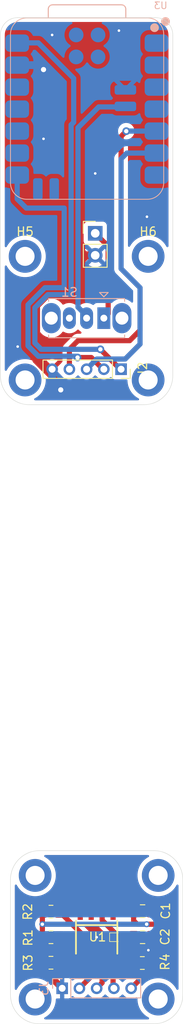
<source format=kicad_pcb>
(kicad_pcb (version 20241229) (generator "pcbnew") (generator_version "9.0")
  (layers (0 "F.Cu" signal) (2 "B.Cu" signal) (13 "F.Paste" user) (15 "B.Paste" user) (5 "F.SilkS" user "F.Silkscreen") (7 "B.SilkS" user "B.Silkscreen") (1 "F.Mask" user) (3 "B.Mask" user) (25 "Edge.Cuts" user))
  (net 0 "")
  (net 1 "GND")
  (net 2 "VCC")
  (net 3 "VDD3V3")
  (net 4 "PGO")
  (net 5 "DIR")
  (net 6 "SCL")
  (net 7 "SDA")
  (net 8 "OUT")
  (net 9 "Battery terminal +")
  (net 10 "+BATT")
  (footprint "MountingHole:MountingHole_2.2mm_M2_DIN965_Pad" (layer "F.Cu") (at 145.105 166.975 -90)
    (property "Reference" "H2" (hide yes))
    (property "Value" "MountingHole" (hide yes))
    (pad "1" thru_hole circle (at 0 0 270) (size 3.8 3.8) (drill 2.2) (layers "*.Cu" "*.Mask"))
  )
  (footprint "MountingHole:MountingHole_2.2mm_M2_DIN965_Pad" (layer "F.Cu") (at 129.66 95.46)
    (property "Reference" "H5" (at 0 -2.85 0) (layer "F.SilkS"))
    (property "Value" "MountingHole" (hide yes))
    (pad "1" thru_hole circle (at 0 0) (size 3.8 3.8) (drill 2.2) (layers "*.Cu" "*.Mask"))
  )
  (footprint "Capacitor_SMD:C_0805_2012Metric_Pad1.18x1.45mm_HandSolder" (layer "F.Cu") (at 143.295 174.115)
    (property "Reference" "C2" (at 2.61 -0.04 90) (layer "F.SilkS"))
    (property "Value" "6,7uF" (hide yes))
    (fp_line (start -0.261252 -0.735) (end 0.261252 -0.735) (stroke (width 0.12)) (layer "F.SilkS"))
    (fp_line (start -0.261252 0.735) (end 0.261252 0.735) (stroke (width 0.12)) (layer "F.SilkS"))
    (pad "1" smd roundrect (at -1.0375 0) (size 1.175 1.45) (layers "F.Cu" "F.Mask" "F.Paste") (roundrect_rratio 0.212766) (net 3 "VDD3V3"))
    (pad "2" smd roundrect (at 1.0375 0) (size 1.175 1.45) (layers "F.Cu" "F.Mask" "F.Paste") (roundrect_rratio 0.212766) (net 1 "GND"))
  )
  (footprint "AS5600:SOIC8" (layer "F.Cu") (at 137.965 174.115 180)
    (property "Reference" "U1" (at -0.1 0.025 0) (layer "F.SilkS"))
    (property "Value" "AS5600")
    (fp_line (start 2.4 1.4) (end 2.4 1.9) (stroke (width 0.2032)) (layer "F.SilkS"))
    (fp_line (start 2.4 1.4) (end -2.4 1.4) (stroke (width 0.2032)) (layer "F.SilkS"))
    (fp_line (start 2.4 -1.9) (end 2.4 1.4) (stroke (width 0.2032)) (layer "F.SilkS"))
    (fp_line (start -1.5 0.5) (end -1.5 -0.5) (stroke (width 0.0762)) (layer "F.SilkS"))
    (fp_line (start -1.5 -0.5) (end -2.5 -0.5) (stroke (width 0.0762)) (layer "F.SilkS"))
    (fp_line (start -2.4 1.9) (end -2.4 1.4) (stroke (width 0.2032)) (layer "F.SilkS"))
    (fp_line (start -2.4 1.4) (end -2.4 -1.9) (stroke (width 0.2032)) (layer "F.SilkS"))
    (fp_line (start -2.5 0.5) (end -1.5 0.5) (stroke (width 0.0762)) (layer "F.SilkS"))
    (pad "1" smd rect (at -1.905 2.75 180) (size 0.6 1.5) (layers "F.Cu" "F.Mask" "F.Paste") (net 2 "VCC"))
    (pad "2" smd rect (at -0.635 2.75 180) (size 0.6 1.5) (layers "F.Cu" "F.Mask" "F.Paste") (net 3 "VDD3V3"))
    (pad "3" smd rect (at 0.635 2.75 180) (size 0.6 1.5) (layers "F.Cu" "F.Mask" "F.Paste") (net 8 "OUT"))
    (pad "4" smd rect (at 1.905 2.75 180) (size 0.6 1.5) (layers "F.Cu" "F.Mask" "F.Paste") (net 1 "GND"))
    (pad "5" smd rect (at 1.905 -2.75 180) (size 0.6 1.5) (layers "F.Cu" "F.Mask" "F.Paste") (net 4 "PGO"))
    (pad "6" smd rect (at 0.635 -2.75 180) (size 0.6 1.5) (layers "F.Cu" "F.Mask" "F.Paste") (net 7 "SDA"))
    (pad "7" smd rect (at -0.635 -2.75 180) (size 0.6 1.5) (layers "F.Cu" "F.Mask" "F.Paste") (net 6 "SCL"))
    (pad "8" smd rect (at -1.905 -2.75 180) (size 0.6 1.5) (layers "F.Cu" "F.Mask" "F.Paste") (net 5 "DIR"))
  )
  (footprint "Resistor_SMD:R_0805_2012Metric_Pad1.20x1.40mm_HandSolder" (layer "F.Cu") (at 132.665 171.165)
    (property "Reference" "R2" (at -2.7 0.01 90) (layer "F.SilkS"))
    (property "Value" "10K" (hide yes))
    (fp_line (start -0.227064 -0.735) (end 0.227064 -0.735) (stroke (width 0.12)) (layer "F.SilkS"))
    (fp_line (start -0.227064 0.735) (end 0.227064 0.735) (stroke (width 0.12)) (layer "F.SilkS"))
    (pad "1" smd roundrect (at -1 0) (size 1.2 1.4) (layers "F.Cu" "F.Mask" "F.Paste") (roundrect_rratio 0.208333) (net 2 "VCC"))
    (pad "2" smd roundrect (at 1 0) (size 1.2 1.4) (layers "F.Cu" "F.Mask" "F.Paste") (roundrect_rratio 0.208333) (net 6 "SCL"))
  )
  (footprint "MountingHole:MountingHole_2.2mm_M2_DIN965_Pad" (layer "F.Cu") (at 143.94 109.74)
    (property "Reference" "H8" (hide yes))
    (property "Value" "MountingHole" (hide yes))
    (pad "1" thru_hole circle (at 0 0) (size 3.8 3.8) (drill 2.2) (layers "*.Cu" "*.Mask"))
  )
  (footprint "MountingHole:MountingHole_2.2mm_M2_DIN965_Pad" (layer "F.Cu") (at 130.825 166.975 -90)
    (property "Reference" "H1" (hide yes))
    (property "Value" "MountingHole" (hide yes))
    (pad "1" thru_hole circle (at 0 0 270) (size 3.8 3.8) (drill 2.2) (layers "*.Cu" "*.Mask"))
  )
  (footprint "MountingHole:MountingHole_2.2mm_M2_DIN965_Pad" (layer "F.Cu") (at 145.105 181.255 -90)
    (property "Reference" "H3" (hide yes))
    (property "Value" "MountingHole" (hide yes))
    (pad "1" thru_hole circle (at 0 0 270) (size 3.8 3.8) (drill 2.2) (layers "*.Cu" "*.Mask"))
  )
  (footprint "Connector_PinHeader_2.54mm:PinHeader_1x02_P2.54mm_Vertical" (layer "F.Cu") (at 137.8 92.8)
    (property "Reference" "J1" (hide yes))
    (property "Value" "Conn_01x02_Pin" (hide yes))
    (fp_line (start -1.38 -1.38) (end 0 -1.38) (stroke (width 0.12)) (layer "F.SilkS"))
    (fp_line (start -1.38 0) (end -1.38 -1.38) (stroke (width 0.12)) (layer "F.SilkS"))
    (fp_line (start -1.38 1.27) (end -1.38 3.92) (stroke (width 0.12)) (layer "F.SilkS"))
    (fp_line (start -1.38 1.27) (end 1.38 1.27) (stroke (width 0.12)) (layer "F.SilkS"))
    (fp_line (start -1.38 3.92) (end 1.38 3.92) (stroke (width 0.12)) (layer "F.SilkS"))
    (fp_line (start 1.38 1.27) (end 1.38 3.92) (stroke (width 0.12)) (layer "F.SilkS"))
    (pad "1" thru_hole rect (at 0 0) (size 1.7 1.7) (drill 1) (layers "*.Cu" "*.Mask") (net 9 "Battery terminal +"))
    (pad "2" thru_hole circle (at 0 2.54) (size 1.7 1.7) (drill 1) (layers "*.Cu" "*.Mask") (net 1 "GND"))
  )
  (footprint "MountingHole:MountingHole_2.2mm_M2_DIN965_Pad" (layer "F.Cu") (at 143.94 95.46)
    (property "Reference" "H6" (at 0 -2.85 0) (layer "F.SilkS"))
    (property "Value" "MountingHole" (hide yes))
    (pad "1" thru_hole circle (at 0 0) (size 3.8 3.8) (drill 2.2) (layers "*.Cu" "*.Mask"))
  )
  (footprint "MountingHole:MountingHole_2.2mm_M2_DIN965_Pad" (layer "F.Cu") (at 129.66 109.74)
    (property "Reference" "H7" (hide yes))
    (property "Value" "MountingHole" (hide yes))
    (pad "1" thru_hole circle (at 0 0) (size 3.8 3.8) (drill 2.2) (layers "*.Cu" "*.Mask"))
  )
  (footprint "Connector_PinSocket_2.00mm:PinSocket_1x05_P2.00mm_Vertical" (layer "F.Cu") (at 140.8 108.5 -90)
    (property "Reference" "J2" (at 0 -2.5 270) (layer "F.SilkS"))
    (property "Value" "Conn_01x05_Pin" (hide yes))
    (fp_line (start -1.06 9.06) (end 1.06 9.06) (stroke (width 0.12)) (layer "F.SilkS"))
    (fp_line (start -1.06 1) (end -1.06 9.06) (stroke (width 0.12)) (layer "F.SilkS"))
    (fp_line (start -1.06 1) (end 1.06 1) (stroke (width 0.12)) (layer "F.SilkS"))
    (fp_line (start 1.06 1) (end 1.06 9.06) (stroke (width 0.12)) (layer "F.SilkS"))
    (fp_line (start 0 -1.06) (end 1.06 -1.06) (stroke (width 0.12)) (layer "F.SilkS"))
    (fp_line (start 1.06 -1.06) (end 1.06 0) (stroke (width 0.12)) (layer "F.SilkS"))
    (pad "1" thru_hole rect (at 0 0 270) (size 1.35 1.35) (drill 0.8) (layers "*.Cu" "*.Mask") (net 2 "VCC"))
    (pad "2" thru_hole circle (at 0 2 270) (size 1.35 1.35) (drill 0.8) (layers "*.Cu" "*.Mask") (net 5 "DIR"))
    (pad "3" thru_hole circle (at 0 4 270) (size 1.35 1.35) (drill 0.8) (layers "*.Cu" "*.Mask") (net 6 "SCL"))
    (pad "4" thru_hole circle (at 0 6 270) (size 1.35 1.35) (drill 0.8) (layers "*.Cu" "*.Mask") (net 7 "SDA"))
    (pad "5" thru_hole circle (at 0 8 270) (size 1.35 1.35) (drill 0.8) (layers "*.Cu" "*.Mask") (net 1 "GND"))
  )
  (footprint "MountingHole:MountingHole_2.2mm_M2_DIN965_Pad" (layer "F.Cu") (at 130.825 181.255 -90)
    (property "Reference" "H4" (hide yes))
    (property "Value" "MountingHole" (hide yes))
    (pad "1" thru_hole circle (at 0 0 270) (size 3.8 3.8) (drill 2.2) (layers "*.Cu" "*.Mask"))
  )
  (footprint "Resistor_SMD:R_0805_2012Metric_Pad1.20x1.40mm_HandSolder" (layer "F.Cu") (at 132.665 174.115)
    (property "Reference" "R1" (at -2.66 0.06 90) (layer "F.SilkS"))
    (property "Value" "10K" (hide yes))
    (fp_line (start -0.227064 -0.735) (end 0.227064 -0.735) (stroke (width 0.12)) (layer "F.SilkS"))
    (fp_line (start -0.227064 0.735) (end 0.227064 0.735) (stroke (width 0.12)) (layer "F.SilkS"))
    (pad "1" smd roundrect (at -1 0) (size 1.2 1.4) (layers "F.Cu" "F.Mask" "F.Paste") (roundrect_rratio 0.208333) (net 2 "VCC"))
    (pad "2" smd roundrect (at 1 0) (size 1.2 1.4) (layers "F.Cu" "F.Mask" "F.Paste") (roundrect_rratio 0.208333) (net 7 "SDA"))
  )
  (footprint "Resistor_SMD:R_0805_2012Metric_Pad1.20x1.40mm_HandSolder" (layer "F.Cu") (at 132.665 177.065 180)
    (property "Reference" "R3" (at 2.66 -0.01 90) (layer "F.SilkS"))
    (property "Value" "1k" (hide yes))
    (fp_line (start -0.227064 0.735) (end 0.227064 0.735) (stroke (width 0.12)) (layer "F.SilkS"))
    (fp_line (start -0.227064 -0.735) (end 0.227064 -0.735) (stroke (width 0.12)) (layer "F.SilkS"))
    (pad "1" smd roundrect (at -1 0 180) (size 1.2 1.4) (layers "F.Cu" "F.Mask" "F.Paste") (roundrect_rratio 0.208333) (net 4 "PGO"))
    (pad "2" smd roundrect (at 1 0 180) (size 1.2 1.4) (layers "F.Cu" "F.Mask" "F.Paste") (roundrect_rratio 0.208333) (net 1 "GND"))
  )
  (footprint "Resistor_SMD:R_0805_2012Metric_Pad1.20x1.40mm_HandSolder" (layer "F.Cu") (at 143.265 177.095 180)
    (property "Reference" "R4" (at -2.64 0.12 90) (layer "F.SilkS"))
    (property "Value" "0" (hide yes))
    (fp_line (start -0.227064 0.735) (end 0.227064 0.735) (stroke (width 0.12)) (layer "F.SilkS"))
    (fp_line (start -0.227064 -0.735) (end 0.227064 -0.735) (stroke (width 0.12)) (layer "F.SilkS"))
    (pad "1" smd roundrect (at -1 0 180) (size 1.2 1.4) (layers "F.Cu" "F.Mask" "F.Paste") (roundrect_rratio 0.208333) (net 2 "VCC"))
    (pad "2" smd roundrect (at 1 0 180) (size 1.2 1.4) (layers "F.Cu" "F.Mask" "F.Paste") (roundrect_rratio 0.208333) (net 3 "VDD3V3"))
  )
  (footprint "Capacitor_SMD:C_0805_2012Metric_Pad1.18x1.45mm_HandSolder" (layer "F.Cu") (at 143.295 171.105)
    (property "Reference" "C1" (at 2.67 -0.03 90) (layer "F.SilkS"))
    (property "Value" "100 nF" (hide yes))
    (fp_line (start -0.261252 -0.735) (end 0.261252 -0.735) (stroke (width 0.12)) (layer "F.SilkS"))
    (fp_line (start -0.261252 0.735) (end 0.261252 0.735) (stroke (width 0.12)) (layer "F.SilkS"))
    (pad "1" smd roundrect (at -1.0375 0) (size 1.175 1.45) (layers "F.Cu" "F.Mask" "F.Paste") (roundrect_rratio 0.212766) (net 2 "VCC"))
    (pad "2" smd roundrect (at 1.0375 0) (size 1.175 1.45) (layers "F.Cu" "F.Mask" "F.Paste") (roundrect_rratio 0.212766) (net 1 "GND"))
  )
  (footprint "Button_Switch_THT:SW_Slide_SPDT_Straight_CK_OS102011MS2Q" (layer "B.Cu") (at 138.8 102.6 180)
    (property "Reference" "S1" (at 3.99 2.99 0) (layer "B.SilkS") (effects (justify mirror)))
    (property "Value" "OS102011MS2QN1")
    (fp_line (start 6.41 2.26) (end 6.41 1.95) (stroke (width 0.12)) (layer "B.SilkS"))
    (fp_line (start 6.41 -2.26) (end 6.41 -1.95) (stroke (width 0.12)) (layer "B.SilkS"))
    (fp_line (start 6.41 -2.26) (end -2.41 -2.26) (stroke (width 0.12)) (layer "B.SilkS"))
    (fp_line (start 0.5 2.96) (end -0.5 2.96) (stroke (width 0.12)) (layer "B.SilkS"))
    (fp_line (start 0 2.46) (end 0.5 2.96) (stroke (width 0.12)) (layer "B.SilkS"))
    (fp_line (start -0.5 2.96) (end 0 2.46) (stroke (width 0.12)) (layer "B.SilkS"))
    (fp_line (start -2.41 2.26) (end 6.41 2.26) (stroke (width 0.12)) (layer "B.SilkS"))
    (fp_line (start -2.41 1.95) (end -2.41 2.26) (stroke (width 0.12)) (layer "B.SilkS"))
    (fp_line (start -2.41 -2.26) (end -2.41 -1.95) (stroke (width 0.12)) (layer "B.SilkS"))
    (pad "" thru_hole oval (at -2.1 0 180) (size 2.2 3.5) (drill 1.5) (layers "*.Cu" "*.Mask"))
    (pad "" thru_hole oval (at 6.1 0 180) (size 2.2 3.5) (drill 1.5) (layers "*.Cu" "*.Mask"))
    (pad "1" thru_hole rect (at 0 0 180) (size 1.5 2.5) (drill 0.8) (layers "*.Cu" "*.Mask") (net 9 "Battery terminal +"))
    (pad "2" thru_hole oval (at 2 0 180) (size 1.5 2.5) (drill 0.8) (layers "*.Cu" "*.Mask") (net 10 "+BATT"))
    (pad "3" thru_hole oval (at 4 0 180) (size 1.5 2.5) (drill 0.8) (layers "*.Cu" "*.Mask"))
  )
  (footprint "Seeed Studio XIAO Series Library:XIAO-nRF52840-SMD" (layer "B.Cu") (at 136.8 78.45 180)
    (property "Reference" "U3" (at -9.445 11.5 0) (layer "B.SilkS") (effects (font (size 0.78232 0.78232) (thickness 0.10668)) (justify left bottom mirror)))
    (property "Value" "XIAO-nRF52840-SMD")
    (fp_line (start 8.835 -8.513) (end 8.835 8.632) (stroke (width 0.1)) (layer "B.SilkS"))
    (fp_line (start 6.93 10.537) (end -7.04 10.537) (stroke (width 0.1)) (layer "B.SilkS"))
    (fp_line (start 4.449 11.547) (end 4.449 10.537) (stroke (width 0.127)) (layer "B.SilkS"))
    (fp_line (start -4.046272 12.047) (end 3.949 12.047) (stroke (width 0.127)) (layer "B.SilkS"))
    (fp_line (start -4.55 10.537) (end -4.546272 11.547272) (stroke (width 0.127)) (layer "B.SilkS"))
    (fp_line (start -7.04 -10.418) (end 6.93 -10.418) (stroke (width 0.1)) (layer "B.SilkS"))
    (fp_line (start -8.945 -8.513) (end -8.945 8.632) (stroke (width 0.1)) (layer "B.SilkS"))
    (fp_arc (start 8.835 8.632) (mid 8.277024 9.979024) (end 6.93 10.537) (stroke (width 0.1)) (layer "B.SilkS"))
    (fp_arc (start 6.93 -10.418) (mid 8.277038 -9.860038) (end 8.835 -8.513) (stroke (width 0.1)) (layer "B.SilkS"))
    (fp_arc (start 4.449 11.547) (mid 4.302524 11.900524) (end 3.949 12.047) (stroke (width 0.127)) (layer "B.SilkS"))
    (fp_arc (start -4.046272 12.047) (mid -4.399724 11.900644) (end -4.546272 11.547272) (stroke (width 0.127)) (layer "B.SilkS"))
    (fp_arc (start -7.04 10.541) (mid -8.387038 9.983038) (end -8.945 8.636) (stroke (width 0.1)) (layer "B.SilkS"))
    (fp_arc (start -8.945 -8.513) (mid -8.387038 -9.860038) (end -7.04 -10.418) (stroke (width 0.1)) (layer "B.SilkS"))
    (fp_circle (center -7.881 9.404) (end -7.881 9.658) (stroke (width 0.5)) (fill yes) (layer "B.SilkS"))
    (fp_circle (center -9.155 10.121) (end -9.155 10.375) (stroke (width 0.5)) (fill yes) (layer "B.SilkS"))
    (pad "1" smd roundrect (at -8.11 7.62 180) (size 2.75 2) (layers "B.Cu" "B.Mask" "B.Paste"))
    (pad "2" smd roundrect (at -8.11 5.08 180) (size 2.75 2) (layers "B.Cu" "B.Mask" "B.Paste"))
    (pad "3" smd roundrect (at -8.11 2.54 180) (size 2.75 2) (layers "B.Cu" "B.Mask" "B.Paste"))
    (pad "4" smd roundrect (at -8.11 0 180) (size 2.75 2) (layers "B.Cu" "B.Mask" "B.Paste"))
    (pad "5" smd roundrect (at -8.11 -2.54 180) (size 2.75 2) (layers "B.Cu" "B.Mask" "B.Paste") (net 7 "SDA"))
    (pad "6" smd roundrect (at -8.11 -5.08 180) (size 2.75 2) (layers "B.Cu" "B.Mask" "B.Paste") (net 6 "SCL"))
    (pad "7" smd roundrect (at -8.11 -7.62 180) (size 2.75 2) (layers "B.Cu" "B.Mask" "B.Paste"))
    (pad "8" smd roundrect (at 8.055 -7.62 180) (size 2.75 2) (layers "B.Cu" "B.Mask" "B.Paste") (net 5 "DIR"))
    (pad "9" smd roundrect (at 8.055 -5.08 180) (size 2.75 2) (layers "B.Cu" "B.Mask" "B.Paste"))
    (pad "10" smd roundrect (at 8.055 -2.54 180) (size 2.75 2) (layers "B.Cu" "B.Mask" "B.Paste"))
    (pad "11" smd roundrect (at 8.055 0 180) (size 2.75 2) (layers "B.Cu" "B.Mask" "B.Paste"))
    (pad "12" smd roundrect (at 8.055 2.54 180) (size 2.75 2) (layers "B.Cu" "B.Mask" "B.Paste"))
    (pad "13" smd roundrect (at 8.055 5.08 180) (size 2.75 2) (layers "B.Cu" "B.Mask" "B.Paste") (net 1 "GND"))
    (pad "14" smd roundrect (at 8.055 7.62 180) (size 2.75 2) (layers "B.Cu" "B.Mask" "B.Paste") (net 2 "VCC"))
    (pad "15" smd roundrect (at -4.5 0.3135) (size 2.5 1.1) (layers "B.Cu" "B.Mask" "B.Paste") (net 10 "+BATT"))
    (pad "16" smd roundrect (at -4.5 2.2185) (size 2.5 1.1) (layers "B.Cu" "B.Mask" "B.Paste") (net 1 "GND"))
    (pad "17" smd roundrect (at 3.755 -9.2369 270) (size 2.5 1.1) (layers "B.Cu" "B.Mask" "B.Paste"))
    (pad "18" smd roundrect (at 5.66 -9.2369 270) (size 2.5 1.1) (layers "B.Cu" "B.Mask" "B.Paste"))
    (pad "19" smd circle (at -1.325 8.5685 180) (size 1.7 1.7) (layers "B.Cu" "B.Mask" "B.Paste"))
    (pad "20" smd circle (at 1.215 8.5685 180) (size 1.7 1.7) (layers "B.Cu" "B.Mask" "B.Paste"))
    (pad "21" smd circle (at -1.325 6.0285 180) (size 1.7 1.7) (layers "B.Cu" "B.Mask" "B.Paste"))
    (pad "22" smd circle (at 1.215 6.0285 180) (size 1.7 1.7) (layers "B.Cu" "B.Mask" "B.Paste"))
  )
  (footprint "Connector_PinHeader_2.00mm:PinHeader_1x05_P2.00mm_Vertical" (layer "B.Cu") (at 133.965 180.015 -90)
    (property "Reference" "J3" (at 0 2.11 90) (layer "B.SilkS") (effects (justify mirror)))
    (property "Value" "Conn_01x05_Pin" (hide yes))
    (fp_line (start -1.11 1.11) (end 0 1.11) (stroke (width 0.12)) (layer "B.SilkS"))
    (fp_line (start -1.11 0) (end -1.11 1.11) (stroke (width 0.12)) (layer "B.SilkS"))
    (fp_line (start -1.11 -1) (end 1.11 -1) (stroke (width 0.12)) (layer "B.SilkS"))
    (fp_line (start -1.11 -1) (end -1.11 -9.11) (stroke (width 0.12)) (layer "B.SilkS"))
    (fp_line (start 1.11 -1) (end 1.11 -9.11) (stroke (width 0.12)) (layer "B.SilkS"))
    (fp_line (start -1.11 -9.11) (end 1.11 -9.11) (stroke (width 0.12)) (layer "B.SilkS"))
    (pad "1" thru_hole rect (at 0 0 270) (size 1.35 1.35) (drill 0.8) (layers "*.Cu" "*.Mask") (net 1 "GND"))
    (pad "2" thru_hole circle (at 0 -2 270) (size 1.35 1.35) (drill 0.8) (layers "*.Cu" "*.Mask") (net 7 "SDA"))
    (pad "3" thru_hole circle (at 0 -4 270) (size 1.35 1.35) (drill 0.8) (layers "*.Cu" "*.Mask") (net 6 "SCL"))
    (pad "4" thru_hole circle (at 0 -6 270) (size 1.35 1.35) (drill 0.8) (layers "*.Cu" "*.Mask") (net 5 "DIR"))
    (pad "5" thru_hole circle (at 0 -8 270) (size 1.35 1.35) (drill 0.8) (layers "*.Cu" "*.Mask") (net 2 "VCC"))
  )
  (gr_arc (start 127.965 167.475) (mid 128.949121 165.099121) (end 131.325 164.115) (stroke (width 0.05)) (layer "Edge.Cuts"))
  (gr_arc (start 144.605 164.115) (mid 146.980879 165.099121) (end 147.965 167.475) (stroke (width 0.05)) (layer "Edge.Cuts"))
  (gr_arc (start 146.8 109.24) (mid 145.815879 111.615879) (end 143.44 112.6) (stroke (width 0.05)) (layer "Edge.Cuts"))
  (gr_line (start 143.44 112.6) (end 130.16 112.6) (stroke (width 0.05)) (layer "Edge.Cuts"))
  (gr_arc (start 147.965 180.755) (mid 146.980879 183.130879) (end 144.605 184.115) (stroke (width 0.05)) (layer "Edge.Cuts"))
  (gr_line (start 146.8 109.24) (end 146.8 69.885) (stroke (width 0.05)) (layer "Edge.Cuts"))
  (gr_arc (start 144.8 67.885) (mid 146.214214 68.470786) (end 146.8 69.885) (stroke (width 0.05)) (layer "Edge.Cuts"))
  (gr_line (start 126.8 109.24) (end 126.8 69.885) (stroke (width 0.05)) (layer "Edge.Cuts"))
  (gr_arc (start 130.16 112.6) (mid 127.784121 111.615879) (end 126.8 109.24) (stroke (width 0.05)) (layer "Edge.Cuts"))
  (gr_arc (start 131.325 184.115) (mid 128.949121 183.130879) (end 127.965 180.755) (stroke (width 0.05)) (layer "Edge.Cuts"))
  (gr_arc (start 126.8 69.885) (mid 127.385786 68.470786) (end 128.8 67.885) (stroke (width 0.05)) (layer "Edge.Cuts"))
  (gr_line (start 144.605 164.115) (end 131.325 164.115) (stroke (width 0.05)) (layer "Edge.Cuts"))
  (gr_line (start 128.8 67.885) (end 144.8 67.885) (stroke (width 0.05)) (layer "Edge.Cuts"))
  (gr_line (start 144.605 184.115) (end 131.325 184.115) (stroke (width 0.05)) (layer "Edge.Cuts"))
  (gr_line (start 147.965 167.475) (end 147.965 180.755) (stroke (width 0.05)) (layer "Edge.Cuts"))
  (gr_line (start 127.965 180.755) (end 127.965 167.475) (stroke (width 0.05)) (layer "Edge.Cuts"))
  (segment (start 136.761 95.34) (end 137.8 95.34) (width 0.9) (layer "F.Cu") (net 1))
  (segment (start 137.8 95.34) (end 136.597919 95.34) (width 0.9) (layer "F.Cu") (net 1))
  (segment (start 143.965 174.4825) (end 144.3325 174.115) (width 0.6) (layer "F.Cu") (net 1))
  (segment (start 130.949 101.152) (end 136.761 95.34) (width 0.9) (layer "F.Cu") (net 1))
  (segment (start 133.965 180.015) (end 131.665 177.715) (width 0.8) (layer "F.Cu") (net 1))
  (segment (start 133.8 110.272341) (end 130.949 107.421341) (width 0.9) (layer "F.Cu") (net 1))
  (segment (start 133.8 110.885) (end 133.8 110.272341) (width 0.9) (layer "F.Cu") (net 1))
  (segment (start 131.8 90.542081) (end 131.8 73.885) (width 0.9) (layer "F.Cu") (net 1))
  (segment (start 143.965 175.615) (end 143.965 174.4825) (width 0.6) (layer "F.Cu") (net 1))
  (segment (start 131.665 177.715) (end 131.665 177.065) (width 0.8) (layer "F.Cu") (net 1))
  (segment (start 130.949 107.421341) (end 130.949 101.152) (width 0.9) (layer "F.Cu") (net 1))
  (segment (start 136.597919 95.34) (end 131.8 90.542081) (width 0.9) (layer "F.Cu") (net 1))
  (via (at 131.8 73.885) (size 0.99) (drill 0.6) (layers "F.Cu" "B.Cu") (net 1))
  (via (at 132.8 69.885) (size 0.5) (drill 0.3) (layers "F.Cu" "B.Cu") (net 1))
  (via (at 143.8 90.885) (size 0.6) (drill 0.3) (layers "F.Cu" "B.Cu") (net 1))
  (via (at 128.8 105.885) (size 0.6) (drill 0.3) (layers "F.Cu" "B.Cu") (net 1))
  (via (at 143.965 175.615) (size 0.6) (drill 0.3) (layers "F.Cu" "B.Cu") (net 1))
  (via (at 133.8 110.885) (size 0.99) (drill 0.6) (layers "F.Cu" "B.Cu") (net 1))
  (via (at 137.8 85.885) (size 0.5) (drill 0.3) (layers "F.Cu" "B.Cu") (net 1))
  (via (at 131.8 81.885) (size 0.6) (drill 0.3) (layers "F.Cu" "B.Cu") (net 1))
  (via (at 140.55 69.385) (size 0.5) (drill 0.3) (layers "F.Cu" "B.Cu") (net 1))
  (via (at 137.965 174.115) (size 0.6) (drill 0.3) (layers "F.Cu" "B.Cu") (net 1))
  (segment (start 132.8 108.5) (end 132.8 109.885) (width 0.9) (layer "B.Cu") (net 1))
  (segment (start 132.8 109.885) (end 133.8 110.885) (width 0.9) (layer "B.Cu") (net 1))
  (segment (start 128.745 73.37) (end 131.285 73.37) (width 0.9) (layer "B.Cu") (net 1))
  (segment (start 131.285 73.37) (end 131.8 73.885) (width 0.9) (layer "B.Cu") (net 1))
  (segment (start 142.2575 172.2075) (end 142.2575 171.105) (width 0.6) (layer "F.Cu") (net 2))
  (segment (start 145.965 176.415) (end 145.965 173.115) (width 0.6) (layer "F.Cu") (net 2))
  (segment (start 140.8 108.5) (end 140.7 108.5) (width 0.6) (layer "F.Cu") (net 2))
  (segment (start 145.285 177.095) (end 145.965 176.415) (width 0.6) (layer "F.Cu") (net 2))
  (segment (start 143.765 172.615) (end 142.665 172.615) (width 0.6) (layer "F.Cu") (net 2))
  (segment (start 142.2575 171.105) (end 142.2475 171.115) (width 0.6) (layer "F.Cu") (net 2))
  (segment (start 142.2475 171.115) (end 141.965 171.115) (width 0.6) (layer "F.Cu") (net 2))
  (segment (start 145.965 173.115) (end 145.465 172.615) (width 0.6) (layer "F.Cu") (net 2))
  (segment (start 142.665 172.615) (end 142.2575 172.2075) (width 0.6) (layer "F.Cu") (net 2))
  (segment (start 131.665 172.615) (end 131.665 171.165) (width 0.6) (layer "F.Cu") (net 2))
  (segment (start 144.110473 177.869527) (end 144.110473 177.249527) (width 0.6) (layer "F.Cu") (net 2))
  (segment (start 141.965 171.115) (end 141.715 171.365) (width 0.6) (layer "F.Cu") (net 2))
  (segment (start 141.715 171.365) (end 139.87 171.365) (width 0.6) (layer "F.Cu") (net 2))
  (segment (start 145.465 172.615) (end 143.765 172.615) (width 0.6) (layer "F.Cu") (net 2))
  (segment (start 131.665 174.115) (end 131.665 172.615) (width 0.6) (layer "F.Cu") (net 2))
  (segment (start 140.7 108.5) (end 138.4 106.2) (width 0.6) (layer "F.Cu") (net 2))
  (segment (start 141.965 180.015) (end 144.110473 177.869527) (width 0.6) (layer "F.Cu") (net 2))
  (segment (start 144.265 177.095) (end 145.285 177.095) (width 0.6) (layer "F.Cu") (net 2))
  (segment (start 144.110473 177.249527) (end 144.265 177.095) (width 0.6) (layer "F.Cu") (net 2))
  (via (at 138.4 106.2) (size 0.9) (drill 0.5) (layers "F.Cu" "B.Cu") (net 2))
  (via (at 143.765 172.615) (size 0.7) (drill 0.4) (layers "F.Cu" "B.Cu") (net 2))
  (via (at 131.665 172.615) (size 0.7) (drill 0.4) (layers "F.Cu" "B.Cu") (net 2))
  (segment (start 131.2 70.8) (end 129.0329 70.8) (width 0.6) (layer "B.Cu") (net 2))
  (segment (start 135.3 79.967214) (end 135.3 74.9) (width 0.6) (layer "B.Cu") (net 2))
  (segment (start 129.0029 70.83) (end 128.745 70.83) (width 0.6) (layer "B.Cu") (net 2))
  (segment (start 130.8 105.467214) (end 130.8 101.385) (width 0.6) (layer "B.Cu") (net 2))
  (segment (start 131.665 172.615) (end 143.765 172.615) (width 0.6) (layer "B.Cu") (net 2))
  (segment (start 131.531786 106.199) (end 130.8 105.467214) (width 0.6) (layer "B.Cu") (net 2))
  (segment (start 136.412578 106.199) (end 131.531786 106.199) (width 0.6) (layer "B.Cu") (net 2))
  (segment (start 134.999 99.885) (end 134.999 80.268215) (width 0.6) (layer "B.Cu") (net 2))
  (segment (start 134.999 80.268215) (end 135.3 79.967214) (width 0.6) (layer "B.Cu") (net 2))
  (segment (start 129.0329 70.8) (end 129.0029 70.83) (width 0.6) (layer "B.Cu") (net 2))
  (segment (start 130.8 101.385) (end 132.3 99.885) (width 0.6) (layer "B.Cu") (net 2))
  (segment (start 132.3 99.885) (end 134.999 99.885) (width 0.6) (layer "B.Cu") (net 2))
  (segment (start 136.413578 106.2) (end 136.412578 106.199) (width 0.6) (layer "B.Cu") (net 2))
  (segment (start 138.4 106.2) (end 136.413578 106.2) (width 0.6) (layer "B.Cu") (net 2))
  (segment (start 135.3 74.9) (end 131.2 70.8) (width 0.6) (layer "B.Cu") (net 2))
  (segment (start 142.265 174.1225) (end 142.2575 174.115) (width 0.6) (layer "F.Cu") (net 3))
  (segment (start 142.2575 174.115) (end 140.568 174.115) (width 0.6) (layer "F.Cu") (net 3))
  (segment (start 140.568 174.115) (end 138.6 172.147) (width 0.6) (layer "F.Cu") (net 3))
  (segment (start 142.265 177.095) (end 142.265 174.1225) (width 0.6) (layer "F.Cu") (net 3))
  (segment (start 138.6 172.147) (end 138.6 171.365) (width 0.6) (layer "F.Cu") (net 3))
  (segment (start 133.665 177.065) (end 135.86 177.065) (width 0.6) (layer "F.Cu") (net 4))
  (segment (start 135.86 177.065) (end 136.06 176.865) (width 0.6) (layer "F.Cu") (net 4))
  (segment (start 137.349 107.149) (end 138.7 108.5) (width 0.6) (layer "F.Cu") (net 5))
  (segment (start 138.7 108.5) (end 138.8 108.5) (width 0.6) (layer "F.Cu") (net 5))
  (segment (start 139.87 176.865) (end 139.87 179.92) (width 0.6) (layer "F.Cu") (net 5))
  (segment (start 135.75 107.149) (end 137.349 107.149) (width 0.6) (layer "F.Cu") (net 5))
  (segment (start 139.87 179.92) (end 139.965 180.015) (width 0.6) (layer "F.Cu") (net 5))
  (via (at 135.75 107.149) (size 0.9) (drill 0.5) (layers "F.Cu" "B.Cu") (net 5))
  (segment (start 135.601 107) (end 131.2 107) (width 0.6) (layer "B.Cu") (net 5))
  (segment (start 131.968215 99.084) (end 134.198 99.084) (width 0.6) (layer "B.Cu") (net 5))
  (segment (start 134.198 99.084) (end 134.198 89.885) (width 0.6) (layer "B.Cu") (net 5))
  (segment (start 128.745 88.83) (end 128.745 86.07) (width 0.6) (layer "B.Cu") (net 5))
  (segment (start 135.75 107.149) (end 135.601 107) (width 0.6) (layer "B.Cu") (net 5))
  (segment (start 129.8 89.885) (end 128.745 88.83) (width 0.6) (layer "B.Cu") (net 5))
  (segment (start 134.198 89.885) (end 129.8 89.885) (width 0.6) (layer "B.Cu") (net 5))
  (segment (start 129.999 105.798999) (end 129.999 101.053214) (width 0.6) (layer "B.Cu") (net 5))
  (segment (start 129.999 101.053214) (end 131.968215 99.084) (width 0.6) (layer "B.Cu") (net 5))
  (segment (start 131.2 107) (end 129.999 105.798999) (width 0.6) (layer "B.Cu") (net 5))
  (segment (start 138.6 179.38) (end 138.6 176.865) (width 0.6) (layer "F.Cu") (net 6))
  (segment (start 133.665 171.165) (end 138.6 176.1) (width 0.6) (layer "F.Cu") (net 6))
  (segment (start 137.965 180.015) (end 138.6 179.38) (width 0.6) (layer "F.Cu") (net 6))
  (segment (start 138.6 176.1) (end 138.6 176.865) (width 0.6) (layer "F.Cu") (net 6))
  (segment (start 141.47 83.53) (end 144.91 83.53) (width 0.6) (layer "B.Cu") (net 6))
  (segment (start 141.276 107.324) (end 143 105.6) (width 0.6) (layer "B.Cu") (net 6))
  (segment (start 140.8 84.2) (end 141.47 83.53) (width 0.6) (layer "B.Cu") (net 6))
  (segment (start 140.8 96.885) (end 140.8 84.2) (width 0.6) (layer "B.Cu") (net 6))
  (segment (start 143 99.085) (end 140.8 96.885) (width 0.6) (layer "B.Cu") (net 6))
  (segment (start 136.8 108.5) (end 137.976 107.324) (width 0.6) (layer "B.Cu") (net 6))
  (segment (start 143 105.6) (end 143 99.085) (width 0.6) (layer "B.Cu") (net 6))
  (segment (start 137.976 107.324) (end 141.276 107.324) (width 0.6) (layer "B.Cu") (net 6))
  (segment (start 144.91 83.53) (end 144.510678 83.53) (width 0.8) (layer "B.Cu") (net 6))
  (segment (start 140.8 81.6) (end 141.4 81) (width 0.6) (layer "F.Cu") (net 7))
  (segment (start 137.33 176.083) (end 137.33 176.865) (width 0.6) (layer "F.Cu") (net 7))
  (segment (start 137.33 178.65) (end 135.965 180.015) (width 0.6) (layer "F.Cu") (net 7))
  (segment (start 141.8 105.2) (end 143 104) (width 0.6) (layer "F.Cu") (net 7))
  (segment (start 134.8 106.2) (end 135.8 105.2) (width 0.6) (layer "F.Cu") (net 7))
  (segment (start 133.665 174.115) (end 135.362 174.115) (width 0.6) (layer "F.Cu") (net 7))
  (segment (start 135.8 105.2) (end 141.8 105.2) (width 0.6) (layer "F.Cu") (net 7))
  (segment (start 134.8 108.5) (end 134.8 106.2) (width 0.6) (layer "F.Cu") (net 7))
  (segment (start 137.33 176.865) (end 137.33 178.65) (width 0.6) (layer "F.Cu") (net 7))
  (segment (start 140.8 96.885) (end 140.8 81.6) (width 0.6) (layer "F.Cu") (net 7))
  (segment (start 135.362 174.115) (end 137.33 176.083) (width 0.6) (layer "F.Cu") (net 7))
  (segment (start 143 99.085) (end 140.8 96.885) (width 0.6) (layer "F.Cu") (net 7))
  (segment (start 143 104) (end 143 99.085) (width 0.6) (layer "F.Cu") (net 7))
  (via (at 141.4 81) (size 0.9) (drill 0.5) (layers "F.Cu" "B.Cu") (net 7))
  (segment (start 141.41 80.99) (end 141.4 81) (width 0.6) (layer "B.Cu") (net 7))
  (segment (start 144.91 80.99) (end 141.41 80.99) (width 0.6) (layer "B.Cu") (net 7))
  (segment (start 144.87 80.95) (end 144.91 80.99) (width 0.8) (layer "B.Cu") (net 7))
  (segment (start 139.3 94.3) (end 137.8 92.8) (width 0.6) (layer "F.Cu") (net 9))
  (segment (start 138.8 102.6) (end 139.3 102.1) (width 0.6) (layer "F.Cu") (net 9))
  (segment (start 139.3 102.1) (end 139.3 94.3) (width 0.6) (layer "F.Cu") (net 9))
  (segment (start 141.2365 78.2) (end 141.3 78.1365) (width 0.6) (layer "B.Cu") (net 10))
  (segment (start 138.2 78.2) (end 141.2365 78.2) (width 0.6) (layer "B.Cu") (net 10))
  (segment (start 135.8 101.330819) (end 135.8 80.6) (width 0.6) (layer "B.Cu") (net 10))
  (segment (start 136.8 102.6) (end 136.8 102.330819) (width 0.6) (layer "B.Cu") (net 10))
  (segment (start 135.8 80.6) (end 138.2 78.2) (width 0.6) (layer "B.Cu") (net 10))
  (segment (start 136.8 102.330819) (end 135.8 101.330819) (width 0.6) (layer "B.Cu") (net 10))
  (zone (net 1) (net_name "GND") (layers "F.Cu" "B.Cu") (connect_pads (clearance 0.5)) (min_thickness 0.25) (fill yes (thermal_gap 0.5) (thermal_bridge_width 0.5))
    (polygon (pts (xy 147.965 164.115) (xy 147.965 184.115) (xy 127.965 184.115) (xy 127.965 164.115)))
  )
  (zone (net 1) (net_name "GND") (layers "F.Cu" "B.Cu") (priority 1) (connect_pads (clearance 0.5)) (min_thickness 0.25) (fill yes (thermal_gap 0.5) (thermal_bridge_width 0.5))
    (polygon (pts (xy 146.8 67.885) (xy 126.8 67.885) (xy 126.8 112.885) (xy 146.8 112.885)))
  )
)
</source>
